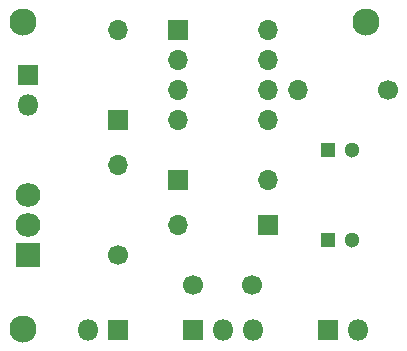
<source format=gbr>
%TF.GenerationSoftware,KiCad,Pcbnew,(5.1.6)-1*%
%TF.CreationDate,2020-09-13T20:14:07-05:00*%
%TF.ProjectId,CircuitBoard,43697263-7569-4744-926f-6172642e6b69,rev?*%
%TF.SameCoordinates,Original*%
%TF.FileFunction,Soldermask,Top*%
%TF.FilePolarity,Negative*%
%FSLAX46Y46*%
G04 Gerber Fmt 4.6, Leading zero omitted, Abs format (unit mm)*
G04 Created by KiCad (PCBNEW (5.1.6)-1) date 2020-09-13 20:14:07*
%MOMM*%
%LPD*%
G01*
G04 APERTURE LIST*
%ADD10C,2.300000*%
%ADD11C,1.700000*%
%ADD12C,1.300000*%
%ADD13R,1.300000X1.300000*%
%ADD14R,1.700000X1.700000*%
%ADD15O,1.700000X1.700000*%
%ADD16R,1.800000X1.800000*%
%ADD17O,1.800000X1.800000*%
%ADD18R,2.100000X2.005000*%
%ADD19O,2.100000X2.005000*%
G04 APERTURE END LIST*
D10*
%TO.C,M2*%
X199000000Y-118000000D03*
%TD*%
%TO.C,M2*%
X228000000Y-92000000D03*
%TD*%
%TO.C,M2*%
X199000000Y-92000000D03*
%TD*%
D11*
%TO.C,C1*%
X213360000Y-114300000D03*
X218360000Y-114300000D03*
%TD*%
D12*
%TO.C,C2*%
X226790000Y-102870000D03*
D13*
X224790000Y-102870000D03*
%TD*%
%TO.C,C3*%
X224790000Y-110490000D03*
D12*
X226790000Y-110490000D03*
%TD*%
D14*
%TO.C,D1*%
X207010000Y-100330000D03*
D15*
X207010000Y-92710000D03*
%TD*%
D14*
%TO.C,D2*%
X212090000Y-105410000D03*
D15*
X219710000Y-105410000D03*
%TD*%
%TO.C,D3*%
X212090000Y-109220000D03*
D14*
X219710000Y-109220000D03*
%TD*%
D16*
%TO.C,J1*%
X199390000Y-96520000D03*
D17*
X199390000Y-99060000D03*
%TD*%
D16*
%TO.C,J2*%
X224790000Y-118110000D03*
D17*
X227330000Y-118110000D03*
%TD*%
%TO.C,J3*%
X204470000Y-118110000D03*
D16*
X207010000Y-118110000D03*
%TD*%
D18*
%TO.C,Q1*%
X199390000Y-111760000D03*
D19*
X199390000Y-109220000D03*
X199390000Y-106680000D03*
%TD*%
D11*
%TO.C,R1*%
X207010000Y-111760000D03*
D15*
X207010000Y-104140000D03*
%TD*%
%TO.C,R2*%
X222250000Y-97790000D03*
D11*
X229870000Y-97790000D03*
%TD*%
D16*
%TO.C,RV1*%
X213360000Y-118110000D03*
D17*
X215900000Y-118110000D03*
X218440000Y-118110000D03*
%TD*%
D14*
%TO.C,U1*%
X212090000Y-92710000D03*
D15*
X219710000Y-100330000D03*
X212090000Y-95250000D03*
X219710000Y-97790000D03*
X212090000Y-97790000D03*
X219710000Y-95250000D03*
X212090000Y-100330000D03*
X219710000Y-92710000D03*
%TD*%
M02*

</source>
